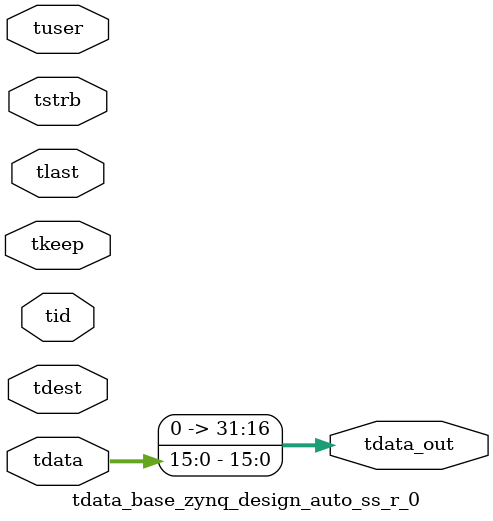
<source format=v>


`timescale 1ps/1ps

module tdata_base_zynq_design_auto_ss_r_0 #
(
parameter C_S_AXIS_TDATA_WIDTH = 32,
parameter C_S_AXIS_TUSER_WIDTH = 0,
parameter C_S_AXIS_TID_WIDTH   = 0,
parameter C_S_AXIS_TDEST_WIDTH = 0,
parameter C_M_AXIS_TDATA_WIDTH = 32
)
(
input  [(C_S_AXIS_TDATA_WIDTH == 0 ? 1 : C_S_AXIS_TDATA_WIDTH)-1:0     ] tdata,
input  [(C_S_AXIS_TUSER_WIDTH == 0 ? 1 : C_S_AXIS_TUSER_WIDTH)-1:0     ] tuser,
input  [(C_S_AXIS_TID_WIDTH   == 0 ? 1 : C_S_AXIS_TID_WIDTH)-1:0       ] tid,
input  [(C_S_AXIS_TDEST_WIDTH == 0 ? 1 : C_S_AXIS_TDEST_WIDTH)-1:0     ] tdest,
input  [(C_S_AXIS_TDATA_WIDTH/8)-1:0 ] tkeep,
input  [(C_S_AXIS_TDATA_WIDTH/8)-1:0 ] tstrb,
input                                                                    tlast,
output [C_M_AXIS_TDATA_WIDTH-1:0] tdata_out
);

assign tdata_out = {tdata[15:0]};

endmodule


</source>
